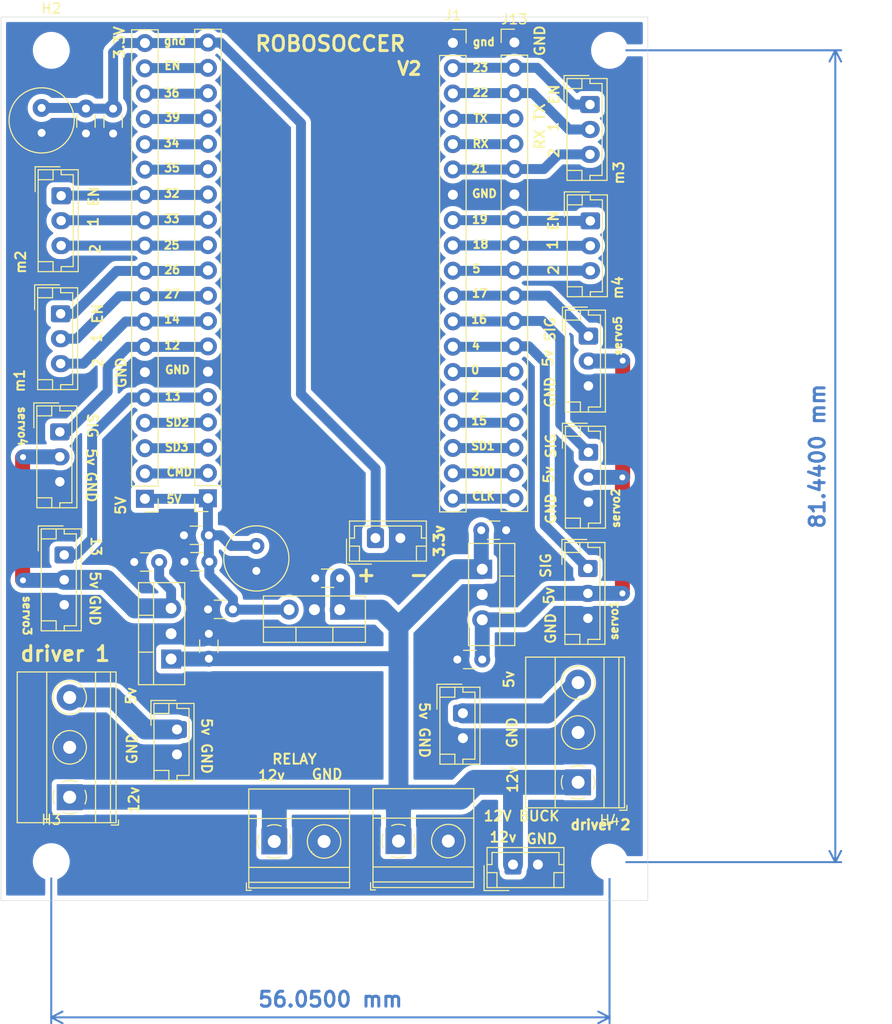
<source format=kicad_pcb>
(kicad_pcb (version 20240108) (generator "pcbnew") (generator_version "8.0")
  (layers (0 "F.Cu" signal) (31 "B.Cu" signal) (34 "B.Paste" user) (35 "F.Paste" user) (36 "B.SilkS" user "B.Silkscreen") (37 "F.SilkS" user "F.Silkscreen") (38 "B.Mask" user) (39 "F.Mask" user) (44 "Edge.Cuts" user))
  (net 0 "")
  (net 1 "GND")
  (net 2 "12v")
  (net 3 "3.3V")
  (net 4 "18")
  (net 5 "2")
  (net 6 "RX")
  (net 7 "21")
  (net 8 "TX")
  (net 9 "SD1")
  (net 10 "0")
  (net 11 "SD0")
  (net 12 "22")
  (net 13 "4")
  (net 14 "15")
  (net 15 "5")
  (net 16 "17")
  (net 17 "CLK")
  (net 18 "19")
  (net 19 "16")
  (net 20 "14")
  (net 21 "SD2")
  (net 22 "26")
  (net 23 "33")
  (net 24 "32")
  (net 25 "CMD")
  (net 26 "25")
  (net 27 "13")
  (net 28 "27")
  (net 29 "35")
  (net 30 "39")
  (net 31 "EN")
  (net 32 "34")
  (net 33 "12")
  (net 34 "36")
  (net 35 "SD3")
  (net 36 "23")
  (net 37 "5v-ESP")
  (net 38 "5v-3 4")
  (net 39 "5v-1 2 5")
  (net 40 "5v-d1")
  (net 41 "5v-d2")
  (footprint "TerminalBlock_Phoenix:TerminalBlock_Phoenix_MKDS-1,5-3_1x03_P5.00mm_Horizontal" (layer "F.Cu") (at 78.565 158.61 90)
    (property "Reference" "J4" (hide yes))
    (property "Value" "driver 1 power" (hide yes))
  )
  (footprint "Connector_JST:JST_EH_B2B-EH-A_1x02_P2.50mm_Vertical" (layer "F.Cu") (at 89.34 151.82 -90)
    (property "Reference" "J21" (hide yes))
    (property "Value" "5V D1" (hide yes))
  )
  (footprint "Capacitor_THT:C_Disc_D3.0mm_W1.6mm_P2.50mm" (layer "F.Cu") (at 105.72 136.65 180)
    (property "Reference" "C7" (hide yes))
    (property "Value" "0.1uf" (hide yes))
  )
  (footprint "Capacitor_THT:C_Disc_D3.0mm_W1.6mm_P2.50mm" (layer "F.Cu") (at 82.93 89.54 -90)
    (property "Reference" "C9" (hide yes))
    (property "Value" "0.1uf" (hide yes))
  )
  (footprint "Capacitor_THT:C_Disc_D3.0mm_W1.6mm_P2.50mm" (layer "F.Cu") (at 92.54 144.72 90)
    (property "Reference" "C1" (hide yes))
    (property "Value" "0.1uf" (hide yes))
  )
  (footprint "Connector_JST:JST_EH_B3B-EH-A_1x03_P2.50mm_Vertical" (layer "F.Cu") (at 130.84 100.8 -90)
    (property "Reference" "J8" (hide yes))
    (property "Value" "motor 2-1")
  )
  (footprint "MountingHole:MountingHole_3.2mm_M3" (layer "F.Cu") (at 132.77 83.69)
    (property "Reference" "H1" (hide yes))
    (property "Value" "MountingHole" (hide yes))
  )
  (footprint "Connector_JST:JST_EH_B2B-EH-A_1x02_P2.50mm_Vertical" (layer "F.Cu") (at 109.27 132.62)
    (property "Reference" "J16" (hide yes))
    (property "Value" "battery conn" (hide yes))
  )
  (footprint "MountingHole:MountingHole_3.2mm_M3" (layer "F.Cu") (at 132.77 165.13)
    (property "Reference" "H4")
    (property "Value" "MountingHole")
  )
  (footprint "MountingHole:MountingHole_3.2mm_M3" (layer "F.Cu") (at 76.72 83.69)
    (property "Reference" "H2")
    (property "Value" "MountingHole")
  )
  (footprint "Connector_PinHeader_2.54mm:PinHeader_1x19_P2.54mm_Vertical" (layer "F.Cu") (at 86.12 128.68 180)
    (property "Reference" "J14" (hide yes))
    (property "Value" "Conn_01x19_Pin" (hide yes))
  )
  (footprint "Connector_PinSocket_2.54mm:PinSocket_1x19_P2.54mm_Vertical" (layer "F.Cu") (at 117.04 82.94)
    (property "Reference" "J1")
    (property "Value" "Conn_01x19_Pin" (hide yes))
  )
  (footprint "Connector_JST:JST_EH_B3B-EH-A_1x03_P2.50mm_Vertical" (layer "F.Cu") (at 77.66 110.12 -90)
    (property "Reference" "J6" (hide yes))
    (property "Value" "motor 1-2" (hide yes))
  )
  (footprint "Connector_JST:JST_EH_B3B-EH-A_1x03_P2.50mm_Vertical" (layer "F.Cu") (at 77.58 121.97 -90)
    (property "Reference" "J19" (hide yes))
    (property "Value" "servo 1" (hide yes))
  )
  (footprint "Capacitor_THT:C_Disc_D3.0mm_W1.6mm_P2.50mm" (layer "F.Cu") (at 87.55 135.02 180)
    (property "Reference" "C2" (hide yes))
    (property "Value" "0.1uf" (hide yes))
  )
  (footprint "Connector_JST:JST_EH_B3B-EH-A_1x03_P2.50mm_Vertical" (layer "F.Cu") (at 77.71 98.28 -90)
    (property "Reference" "J5" (hide yes))
    (property "Value" "motor 1-1" (hide yes))
  )
  (footprint "Package_TO_SOT_THT:TO-220-3_Vertical" (layer "F.Cu") (at 88.75 144.75 90)
    (property "Reference" "U3" (hide yes))
    (property "Value" "L7805" (hide yes))
  )
  (footprint "Connector_JST:JST_EH_B3B-EH-A_1x03_P2.50mm_Vertical" (layer "F.Cu") (at 78.02 134.31 -90)
    (property "Reference" "J12" (hide yes))
    (property "Value" "servo3" (hide yes))
  )
  (footprint "Capacitor_THT:C_Disc_D3.0mm_W1.6mm_P2.50mm" (layer "F.Cu") (at 92.59 134.99 180)
    (property "Reference" "C12" (hide yes))
    (property "Value" "0.1uf" (hide yes))
  )
  (footprint "Capacitor_THT:C_Disc_D3.0mm_W1.6mm_P2.50mm" (layer "F.Cu") (at 92.54 132.34 180)
    (property "Reference" "C13" (hide yes))
    (property "Value" "0.1uf" (hide yes))
  )
  (footprint "Package_TO_SOT_THT:TO-220-3_Vertical" (layer "F.Cu") (at 105.68 139.8 180)
    (property "Reference" "U2" (hide yes))
    (property "Value" "L7805" (hide yes))
  )
  (footprint "Package_TO_SOT_THT:TO-220-3_Vertical" (layer "F.Cu") (at 119.99 135.74 -90)
    (property "Reference" "U1" (hide yes))
    (property "Value" "L7805" (hide yes))
  )
  (footprint "Capacitor_THT:C_Disc_D3.0mm_W1.6mm_P2.50mm" (layer "F.Cu") (at 119.89 131.83)
    (property "Reference" "C5" (hide yes))
    (property "Value" "0.1uf" (hide yes))
  )
  (footprint "Capacitor_THT:C_Disc_D3.0mm_W1.6mm_P2.50mm" (layer "F.Cu") (at 119.99 144.8 180)
    (property "Reference" "C6" (hide yes))
    (property "Value" "0.1uf" (hide yes))
  )
  (footprint "Connector_JST:JST_EH_B3B-EH-A_1x03_P2.50mm_Vertical" (layer "F.Cu") (at 130.65 124.01 -90)
    (property "Reference" "J10" (hide yes))
    (property "Value" "servo 1" (hide yes))
  )
  (footprint "Connector_JST:JST_EH_B2B-EH-A_1x02_P2.50mm_Vertical" (layer "F.Cu") (at 118.05 150.19 -90)
    (property "Reference" "J15" (hide yes))
    (property "Value" "5V D2" (hide yes))
  )
  (footprint "Capacitor_THT:C_Radial_D6.3mm_H5.0mm_P2.50mm" (layer "F.Cu") (at 97.31 133.41 -90)
    (property "Reference" "C11" (hide yes))
    (property "Value" "100uf")
  )
  (footprint "Capacitor_THT:C_Disc_D3.0mm_W1.6mm_P2.50mm" (layer "F.Cu") (at 80.2 89.53 -90)
    (property "Reference" "C4" (hide yes))
    (property "Value" "0.1uf" (hide yes))
  )
  (footprint "Connector_PinHeader_2.54mm:PinHeader_1x19_P2.54mm_Vertical" (layer "F.Cu") (at 123.22 82.9)
    (property "Reference" "J13")
    (property "Value" "Conn_01x19_Pin" (hide yes))
  )
  (footprint "Connector_JST:JST_EH_B3B-EH-A_1x03_P2.50mm_Vertical" (layer "F.Cu") (at 130.81 89.13 -90)
    (property "Reference" "J9" (hide yes))
    (property "Value" "motor 2-2" (hide yes))
  )
  (footprint "Capacitor_THT:C_Disc_D3.0mm_W1.6mm_P2.50mm" (layer "F.Cu") (at 94.96 139.77 180)
    (property "Reference" "C8" (hide yes))
    (property "Value" "0.1uf" (hide yes))
  )
  (footprint "Connector_JST:JST_EH_B3B-EH-A_1x03_P2.50mm_Vertical" (layer "F.Cu") (at 130.65 112.36 -90)
    (property "Reference" "J20" (hide yes))
    (property "Value" "servo2")
  )
  (footprint "MountingHole:MountingHole_3.2mm_M3" (layer "F.Cu") (at 76.72 165.08)
    (property "Reference" "H3")
    (property "Value" "MountingHole")
  )
  (footprint "TerminalBlock_Phoenix:TerminalBlock_Phoenix_MKDS-1,5-2_1x02_P5.00mm_Horizontal" (layer "F.Cu") (at 111.58 163.015)
    (property "Reference" "J3" (hide yes))
    (property "Value" "battery conn" (hide yes))
  )
  (footprint "TerminalBlock_Phoenix:TerminalBlock_Phoenix_MKDS-1,5-3_1x03_P5.00mm_Horizontal" (layer "F.Cu") (at 129.615 157.12 90)
    (property "Reference" "J7" (hide yes))
    (property "Value" "driver 2 power")
  )
  (footprint "TerminalBlock_Phoenix:TerminalBlock_Phoenix_MKDS-1,5-2_1x02_P5.00mm_Horizontal" (layer "F.Cu") (at 99.11 163.055)
    (property "Reference" "J18" (hide yes))
    (property "Value" "RELAT CON" (hide yes))
  )
  (footprint "Connector_PinSocket_2.54mm:PinSocket_1x19_P2.54mm_Vertical" (layer "F.Cu") (at 92.45 128.63 180)
    (property "Reference" "J2" (hide yes))
    (property "Value" "Conn_01x19_Pin" (hide yes))
  )
  (footprint "Connector_JST:JST_EH_B2B-EH-A_1x02_P2.50mm_Vertical" (layer "F.Cu") (at 123.08 165.37)
    (property "Reference" "J17" (hide yes))
    (property "Value" "12V" (hide yes))
  )
  (footprint "Connector_JST:JST_EH_B3B-EH-A_1x03_P2.50mm_Vertical" (layer "F.Cu") (at 130.6 135.67 -90)
    (property "Reference" "J11" (hide yes))
    (property "Value" "servo2" (hide yes))
  )
  (footprint "Capacitor_THT:C_Radial_D6.3mm_H5.0mm_P2.50mm" (layer "F.Cu") (at 75.75 89.47 -90)
    (property "Reference" "C10" (hide yes))
    (property "Value" "100uf" (hide yes))
  )
  (gr_rect (start 71.68 80.35) (end 136.61 168.98) (stroke (width 0.05)) (fill none) (layer "Edge.Cuts"))
  (gr_text "RX" (at 126.36 93.72 90) (layer "F.SilkS") (effects (font (size 1 1) (thickness 0.2) (bold yes)) (justify left bottom)))
  (gr_text "19" (at 118.86 101.13 0) (layer "F.SilkS") (effects (font (size 0.8 0.8) (thickness 0.2) (bold yes)) (justify left bottom)))
  (gr_text "18" (at 118.93 103.63 0) (layer "F.SilkS") (effects (font (size 0.8 0.8) (thickness 0.2) (bold yes)) (justify left bottom)))
  (gr_text "SIG\n" (at 126.96 136.72 90) (layer "F.SilkS") (effects (font (size 1 1) (thickness 0.2) (bold yes)) (justify left bottom)))
  (gr_text "12v" (at 120.62 163.21 0) (layer "F.SilkS") (effects (font (size 1 1) (thickness 0.2) (bold yes)) (justify left bottom)))
  (gr_text "16" (at 118.79 111.16 0) (layer "F.SilkS") (effects (font (size 0.8 0.8) (thickness 0.2) (bold yes)) (justify left bottom)))
  (gr_text "TX" (at 126.36 90.88 90) (layer "F.SilkS") (effects (font (size 1 1) (thickness 0.2) (bold yes)) (justify left bottom)))
  (gr_text "13" (at 88.02 118.87 0) (layer "F.SilkS") (effects (font (size 0.8 0.8) (thickness 0.2) (bold yes)) (justify left bottom)))
  (gr_text "23" (at 118.91 85.89 0) (layer "F.SilkS") (effects (font (size 0.8 0.8) (thickness 0.2) (bold yes)) (justify left bottom)))
  (gr_text "GND" (at 118.86 98.53 0) (layer "F.SilkS") (effects (font (size 0.8 0.8) (thickness 0.2) (bold yes)) (justify left bottom)))
  (gr_text "35" (at 87.95 95.96 0) (layer "F.SilkS") (effects (font (size 0.8 0.8) (thickness 0.2) (bold yes)) (justify left bottom)))
  (gr_text "SIG\n" (at 127.48 124.71 90) (layer "F.SilkS") (effects (font (size 1 1) (thickness 0.2) (bold yes)) (justify left bottom)))
  (gr_text "26" (at 87.97 106.18 0) (layer "F.SilkS") (effects (font (size 0.8 0.8) (thickness 0.2) (bold yes)) (justify left bottom)))
  (gr_text "36" (at 87.92 88.44 0) (layer "F.SilkS") (effects (font (size 0.8 0.8) (thickness 0.2) (bold yes)) (justify left bottom)))
  (gr_text "1" (at 81.52 101.49 90) (layer "F.SilkS") (effects (font (size 1 1) (thickness 0.2) (bold yes)) (justify left bottom)))
  (gr_text "5v" (at 91.73 150.57 -90) (layer "F.SilkS") (effects (font (size 1 1) (thickness 0.2) (bold yes)) (justify left bottom)))
  (gr_text "5v" (at 80.18 123.51 -90) (layer "F.SilkS") (effects (font (size 1 1) (thickness 0.2) (bold yes)) (justify left bottom)))
  (gr_text "14" (at 87.95 111.13 0) (layer "F.SilkS") (effects (font (size 0.8 0.8) (thickness 0.2) (bold yes)) (justify left bottom)))
  (gr_text "RELAY\n" (at 98.79 155.38 0) (layer "F.SilkS") (effects (font (size 1 1) (thickness 0.2) (bold yes)) (justify left bottom)))
  (gr_text "m1\n" (at 74.12 118.1 90) (layer "F.SilkS") (effects (font (size 1 1) (thickness 0.2) (bold yes)) (justify left bottom)))
  (gr_text "5v" (at 123.26 147.78 90) (layer "F.SilkS") (effects (font (size 1 1) (thickness 0.2) (bold yes)) (justify left bottom)))
  (gr_text "21" (at 118.84 96.01 0) (layer "F.SilkS") (effects (font (size 0.8 0.8) (thickness 0.2) (bold yes)) (justify left bottom)))
  (gr_text "gnd" (at 118.93 83.31 0) (layer "F.SilkS") (effects (font (size 0.8 0.8) (thickness 0.2) (bold yes)) (justify left bottom)))
  (gr_text "servo4\n" (at 73.34 119.32 270) (layer "F.SilkS") (effects (font (size 0.8 0.8) (thickness 0.2) (bold yes)) (justify left bottom)))
  (gr_text "servo2\n" (at 133.86 131.71 90) (layer "F.SilkS") (effects (font (size 0.8 0.8) (thickness 0.2) (bold yes)) (justify left bottom)))
  (gr_text "GND" (at 127.45 143.34 90) (layer "F.SilkS") (effects (font (size 1 1) (thickness 0.2) (bold yes)) (justify left bottom)))
  (gr_text "39" (at 87.97 90.89 0) (layer "F.SilkS") (effects (font (size 0.8 0.8) (thickness 0.2) (bold yes)) (justify left bottom)))
  (gr_text "GND" (at 127.39 119.65 90) (layer "F.SilkS") (effects (font (size 1 1) (thickness 0.2) (bold yes)) (justify left bottom)))
  (gr_text "2" (at 118.77 118.78 0) (layer "F.SilkS") (effects (font (size 0.8 0.8) (thickness 0.2) (bold yes)) (justify left bottom)))
  (gr_text "15" (at 118.79 121.33 0) (layer "F.SilkS") (effects (font (size 0.8 0.8) (thickness 0.2) (bold yes)) (justify left bottom)))
  (gr_text "gnd" (at 87.92 83.2 0) (layer "F.SilkS") (effects (font (size 0.8 0.8) (thickness 0.2) (bold yes)) (justify left bottom)))
  (gr_text "27" (at 87.97 108.61 0) (layer "F.SilkS") (effects (font (size 0.8 0.8) (thickness 0.2) (bold yes)) (justify left bottom)))
  (gr_text "EN" (at 87.97 85.7 0) (layer "F.SilkS") (effects (font (size 0.8 0.8) (thickness 0.2) (bold yes)) (justify left bottom)))
  (gr_text "EN" (at 127.72 101.9 90) (layer "F.SilkS") (effects (font (size 1 1) (thickness 0.2) (bold yes)) (justify left bottom)))
  (gr_text "4" (at 118.84 113.78 0) (layer "F.SilkS") (effects (font (size 0.8 0.8) (thickness 0.2) (bold yes)) (justify left bottom)))
  (gr_text "GND" (at 126.36 84.38 90) (layer "F.SilkS") (effects (font (size 1 1) (thickness 0.2) (bold yes)) (justify left bottom)))
  (gr_text "m4" (at 134.18 108.77 90) (layer "F.SilkS") (effects (font (size 1 1) (thickness 0.2) (bold yes)) (justify left bottom)))
  (gr_text "GND" (at 80.15 125.84 -90) (layer "F.SilkS") (effects (font (size 1 1) (thickness 0.2) (bold yes)) (justify left bottom)))
  (gr_text "3.3v" (at 116.26 134.64 90) (layer "F.SilkS") (effects (font (size 1 1) (thickness 0.25) (bold yes)) (justify left bottom)))
  (gr_text "V2" (at 111.3 86.28 0) (layer "F.SilkS") (effects (font (size 1.3 1.3) (thickness 0.3) (bold yes)) (justify left bottom)))
  (gr_text "12V BUCK\n" (at 120.03 161.09 0) (layer "F.SilkS") (effects (font (size 1 1) (thickness 0.2) (bold yes)) (justify left bottom)))
  (gr_text "GND" (at 80.51 138.21 -90) (layer "F.SilkS") (effects (font (size 1 1) (thickness 0.2) (bold yes)) (justify left bottom)))
  (gr_text "33" (at 87.92 101.06 0) (layer "F.SilkS") (effects (font (size 0.8 0.8) (thickness 0.2) (bold yes)) (justify left bottom)))
  (gr_text "32" (at 87.92 98.51 0) (layer "F.SilkS") (effects (font (size 0.8 0.8) (thickness 0.2) (bold yes)) (justify left bottom)))
  (gr_text "5" (at 118.89 106.08 0) (layer "F.SilkS") (effects (font (size 0.8 0.8) (thickness 0.2) (bold yes)) (justify left bottom)))
  (gr_text "CMD" (at 88.19 126.47 0) (layer "F.SilkS") (effects (font (size 0.8 0.8) (thickness 0.2) (bold yes)) (justify left bottom)))
  (gr_text "2\n" (at 81.73 104.22 90) (layer "F.SilkS") (effects (font (size 1 1) (thickness 0.2) (bold yes)) (justify left bottom)))
  (gr_text "GND" (at 84.33 117.68 90) (layer "F.SilkS") (effects (font (size 1 1) (thickness 0.2) (bold yes)) (justify left bottom)))
  (gr_text "5V" (at 88.19 129.19 0) (layer "F.SilkS") (effects (font (size 0.8 0.8) (thickness 0.2) (bold yes)) (justify left bottom)))
  (gr_text "CLK" (at 118.86 128.9 0) (layer "F.SilkS") (effects (font (size 0.8 0.8) (thickness 0.2) (bold yes)) (justify left bottom)))
  (gr_text "12" (at 87.97 113.75 0) (layer "F.SilkS") (effects (font (size 0.8 0.8) (thickness 0.2) (bold yes)) (justify left bottom)))
  (gr_text "12v" (at 123.63 158.29 90) (layer "F.SilkS") (effects (font (size 1 1) (thickness 0.2) (bold yes)) (justify left bottom)))
  (gr_text "0" (at 118.77 116.23 0) (layer "F.SilkS") (effects (font (size 0.8 0.8) (thickness 0.2) (bold yes)) (justify left bottom)))
  (gr_text "SD0" (at 118.79 126.42 0) (layer "F.SilkS") (effects (font (size 0.8 0.8) (thickness 0.2) (bold yes)) (justify left bottom)))
  (gr_text "GND" (at 102.76 156.9 0) (layer "F.SilkS") (effects (font (size 1 1) (thickness 0.2) (bold yes)) (justify left bottom)))
  (gr_text "SIG\n" (at 127.39 113.03 90) (layer "F.SilkS") (effects (font (size 1 1) (thickness 0.2) (bold yes)) (justify left bottom)))
  (gr_text "GND" (at 127.48 131.33 90) (layer "F.SilkS") (effects (font (size 1 1) (thickness 0.2) (bold yes)) (justify left bottom)))
  (gr_text "13" (at 80.62 132.36 270) (layer "F.SilkS") (effects (font (size 1 1) (thickness 0.2) (bold yes)) (justify left bottom)))
  (gr_text "servo3\n" (at 73.82 138.31 270) (layer "F.SilkS") (effects (font (size 0.8 0.8) (thickness 0.2) (bold yes)) (justify left bottom)))
  (gr_text "17" (at 118.86 108.54 0) (layer "F.SilkS") (effects (font (size 0.8 0.8) (thickness 0.2) (bold yes)) (justify left bottom)))
  (gr_text "2\n" (at 127.78 94.59 90) (layer "F.SilkS") (effects (font (size 1 1) (thickness 0.2) (bold yes)) (justify left bottom)))
  (gr_text "TX" (at 119 90.98 0) (layer "F.SilkS") (effects (font (size 0.8 0.8) (thickness 0.2) (bold yes)) (justify left bottom)))
  (gr_text "12v" (at 85.61 160.36 90) (layer "F.SilkS") (effects (font (size 1 1) (thickness 0.2) (bold yes)) (justify left bottom)))
  (gr_text "+   -\n" (at 107.22 137.15 0) (layer "F.SilkS") (effects (font (size 1.5 1.5) (thickness 0.3) (bold yes)) (justify left bottom)))
  (gr_text "3.3V" (at 84.14 84.67 90) (layer "F.SilkS") (effects (font (size 1 1) (thickness 0.2) (bold yes)) (justify left bottom)))
  (gr_text "GND" (at 123.58 153.79 90) (layer "F.SilkS") (effects (font (size 1 1) (thickness 0.2) (bold yes)) (justify left bottom)))
  (gr_text "GND" (at 88.04 116.21 0) (layer "F.SilkS") (effects (font (size 0.8 0.8) (thickness 0.2) (bold yes)) (justify left bottom)))
  (gr_text "m2" (at 74.23 106.21 90) (layer "F.SilkS") (effects (font (size 1 1) (thickness 0.2) (bold yes)) (justify left bottom)))
  (gr_text "SD1" (at 118.77 123.85 0) (layer "F.SilkS") (effects (font (size 0.8 0.8) (thickness 0.2) (bold yes)) (justify left bottom)))
  (gr_text "GND" (at 85.42 155.41 90) (layer "F.SilkS") (effects (font (size 1 1) (thickness 0.2) (bold yes)) (justify left bottom)))
  (gr_text "5V" (at 84.28 130.39 90) (layer "F.SilkS") (effects (font (size 1 1) (thickness 0.2) (bold yes)) (justify left bottom)))
  (gr_text "ROBOSOCCER \n" (at 97.04 83.91 0) (layer "F.SilkS") (effects (font (size 1.5 1.5) (thickness 0.3) (bold yes)) (justify left bottom)))
  (gr_text "SD2" (at 88.09 121.47 0) (layer "F.SilkS") (effects (font (size 0.8 0.8) (thickness 0.2) (bold yes)) (justify left bottom)))
  (gr_text "driver 1" (at 73.46 145.1 0) (layer "F.SilkS") (effects (font (size 1.5 1.5) (thickness 0.3) (bold yes)) (justify left bottom)))
  (gr_text "5v" (at 127.17 115.56 90) (layer "F.SilkS") (effects (font (size 1 1) (thickness 0.2) (bold yes)) (justify left bottom)))
  (gr_text "1" (at 81.87 113.12 90) (layer "F.SilkS") (effects (font (size 1 1) (thickness 0.2) (bold yes)) (justify left bottom)))
  (gr_text "GND" (at 113.6 151.48 -90) (layer "F.SilkS") (effects (font (size 1 1) (thickness 0.2) (bold yes)) (justify left bottom)))
  (gr_text "RX" (at 118.91 93.53 0) (layer "F.SilkS") (effects (font (size 0.8 0.8) (thickness 0.2) (bold yes)) (justify left bottom)))
  (gr_text "5v" (at 80.53 135.85 -90) (layer "F.SilkS") (effects (font (size 1 1) (thickness 0.2) (bold yes)) (justify left bottom)))
  (gr_text "2\n" (at 81.98 115.66 90) (layer "F.SilkS") (effects (font (size 1 1) (thickness 0.2) (bold yes)) (justify left bottom)))
  (gr_text "5v" (at 85.32 149.43 90) (layer "F.SilkS") (effects (font (size 1 1) (thickness 0.2) (bold yes)) (justify left bottom)))
  (gr_text "2\n" (at 127.75 106.34 90) (layer "F.SilkS") (effects (font (size 1 1) (thickness 0.2) (bold yes)) (justify left bottom)))
  (gr_text "22" (at 118.93 88.39 0) (layer "F.SilkS") (effects (font (size 0.8 0.8) (thickness 0.2) (bold yes)) (justify left bottom)))
  (gr_text "5v" (at 127.29 139.38 90) (layer "F.SilkS") (effects (font (size 1 1) (thickness 0.2) (bold yes)) (justify left bottom)))
  (gr_text "34" (at 87.9 93.46 0) (layer "F.SilkS") (effects (font (size 0.8 0.8) (thickness 0.2) (bold yes)) (justify left bottom)))
  (gr_text "EN" (at 81.95 111.22 90) (layer "F.SilkS") (effects (font (size 1 1) (thickness 0.2) (bold yes)) (justify left bottom)))
  (gr_text "EN" (at 127.79 89.22 90) (layer "F.SilkS") (effects (font (size 1 1) (thickness 0.2) (bold yes)) (justify left bottom)))
  (gr_text "servo1\n" (at 133.69 142.96 90) (layer "F.SilkS") (effects (font (size 0.8 0.8) (thickness 0.2) (bold yes)) (justify left bottom)))
  (gr_text "GND" (at 124.32 163.38 0) (layer "F.SilkS") (effects (font (size 1 1) (thickness 0.2) (bold yes)) (justify left bottom)))
  (gr_text "SIG\n" (at 80.26 119.99 -90) (layer "F.SilkS") (effects (font (size 1 1) (thickness 0.2) (bold yes)) (justify left bottom)))
  (gr_text "5v" (at 113.6 148.97 -90) (layer "F.SilkS") (effects (font (size 1 1) (thickness 0.2) (bold yes)) (justify left bottom)))
  (gr_text "servo5\n" (at 134.07 114.43 90) (layer "F.SilkS") (effects (font (size 0.8 0.8) (thickness 0.2) (bold yes)) (justify left bottom)))
  (gr_text "12v" (at 97.37 157.01 0) (layer "F.SilkS") (effects (font (size 1 1) (thickness 0.2) (bold yes)) (justify left bottom)))
  (gr_text "driver 2" (at 128.73 161.97 0) (layer "F.SilkS") (effects (font (size 1 1) (thickness 0.25) (bold yes)) (justify left bottom)))
  (gr_text "5v" (at 127.26 127.24 90) (layer "F.SilkS") (effects (font (size 1 1) (thickness 0.2) (bold yes)) (justify left bottom)))
  (gr_text "SD3" (at 88.02 123.97 0) (layer "F.SilkS") (effects (font (size 0.8 0.8) (thickness 0.2) (bold yes)) (justify left bottom)))
  (gr_text "m3" (at 134.29 97.25 90) (layer "F.SilkS") (effects (font (size 1 1) (thickness 0.2) (bold yes)) (justify left bottom)))
  (gr_text "1" (at 127.7 91.97 90) (layer "F.SilkS") (effects (font (size 1 1) (thickness 0.2) (bold yes)) (justify left bottom)))
  (gr_text "25" (at 87.92 103.7 0) (layer "F.SilkS") (effects (font (size 0.8 0.8) (thickness 0.2) (bold yes)) (justify left bottom)))
  (gr_text "1" (at 127.64 103.8 90) (layer "F.SilkS") (effects (font (size 1 1) (thickness 0.2) (bold yes)) (justify left bottom)))
  (gr_text "GND" (at 91.73 153.08 -90) (layer "F.SilkS") (effects (font (size 1 1) (thickness 0.2) (bold yes)) (justify left bottom)))
  (gr_text "EN" (at 81.57 99.45 90) (layer "F.SilkS") (effects (font (size 1 1) (thickness 0.2) (bold yes)) (justify left bottom)))
  (dimension (type aligned) (layer "B.Cu") (pts (xy 132.77 83.69) (xy 132.77 165.13)) (height -22.67) (gr_text "81.4400 mm" (at 153.64 124.41 90) (layer "B.Cu") (effects (font (size 1.5 1.5) (thickness 0.3)))) (format (prefix "") (suffix "") (units 3) (units_format 1) (precision 4)) (style (thickness 0.2) (arrow_length 1.27) (text_position_mode 0) (extension_height 0.58642) (extension_offset 0.5) keep_text_aligned))
  (dimension (type aligned) (layer "B.Cu") (pts (xy 132.77 165.13) (xy 76.72 165.13)) (height -15.57) (gr_text "56.0500 mm" (at 104.745 178.9 0) (layer "B.Cu") (effects (font (size 1.5 1.5) (thickness 0.3)))) (format (prefix "") (suffix "") (units 3) (units_format 1) (precision 4)) (style (thickness 0.2) (arrow_length 1.27) (text_position_mode 0) (extension_height 0.58642) (extension_offset 0.5) keep_text_aligned))
  (segment (start 92.13 115.98) (end 92.16 115.95) (width 1) (layer "F.Cu") (net 1))
  (segment (start 92.43 115.95) (end 86.15 115.95) (width 1) (layer "B.Cu") (net 1))
  (segment (start 117.26 82.95) (end 123.17 82.95) (width 1) (layer "B.Cu") (net 1))
  (segment (start 92.45 115.93) (end 92.43 115.95) (width 1) (layer "B.Cu") (net 1))
  (segment (start 123.17 98.19) (end 123.22 98.14) (width 1) (layer "B.Cu") (net 1))
  (segment (start 123.17 82.95) (end 123.22 82.9) (width 1) (layer "B.Cu") (net 1))
  (segment (start 117.04 98.18) (end 117.05 98.19) (width 1) (layer "B.Cu") (net 1))
  (segment (start 117.05 98.19) (end 123.17 98.19) (width 1) (layer "B.Cu") (net 1))
  (segment (start 86.15 115.95) (end 86.12 115.98) (width 1) (layer "B.Cu") (net 1))
  (segment (start 111.58 144.72) (end 111.58 159.97) (width 2) (layer "B.Cu") (net 2))
  (segment (start 123.07 157.12) (end 129.615 157.12) (width 2.5) (layer "B.Cu") (net 2))
  (segment (start 109.87 139.8) (end 111.58 141.51) (width 2) (layer "B.Cu") (net 2))
  (segment (start 117.35 135.74) (end 119.99 135.74) (width 2) (layer "B.Cu") (net 2))
  (segment (start 105.72 136.65) (end 105.72 139.76) (width 2) (layer "B.Cu") (net 2))
  (segment (start 99.2 158.61) (end 78.565 158.61) (width 2.5) (layer "B.Cu") (net 2))
  (segment (start 88.75 144.75) (end 92.51 144.75) (width 1.5) (layer "B.Cu") (net 2))
  (segment (start 123.08 157.13) (end 123.07 157.12) (width 2) (layer "B.Cu") (net 2))
  (segment (start 117.76 158.61) (end 119.25 157.12) (width 2.5) (layer "B.Cu") (net 2))
  (segment (start 119.25 157.12) (end 123.07 157.12) (width 2.5) (layer "B.Cu") (net 2))
  (segment (start 92.51 144.75) (end 92.54 144.72) (width 1.5) (layer "B.Cu") (net 2))
  (segment (start 111.58 159.97) (end 111.58 158.67) (width 2.5) (layer "B.Cu") (net 2))
  (segment (start 119.89 131.83) (end 119.89 135.64) (width 1.5) (layer "B.Cu") (net 2))
  (segment (start 111.58 141.51) (end 117.35 135.74) (width 2) (layer "B.Cu") (net 2))
  (segment (start 92.54 144.72) (end 111.58 144.72) (width 1.5) (layer "B.Cu") (net 2))
  (segment (start 99.11 158.7) (end 99.2 158.61) (width 2.5) (layer "B.Cu") (net 2))
  (segment (start 119.89 135.64) (end 119.99 135.74) (width 1.5) (layer "B.Cu") (net 2))
  (segment (start 111.58 163.015) (end 111.58 159.97) (width 2.5) (layer "B.Cu") (net 2))
  (segment (start 111.52 158.61) (end 117.76 158.61) (width 2.5) (layer "B.Cu") (net 2))
  (segment (start 105.72 139.76) (end 105.68 139.8) (width 2) (layer "B.Cu") (net 2))
  (segment (start 111.52 158.61) (end 99.2 158.61) (width 2.5) (layer "B.Cu") (net 2))
  (segment (start 111.58 141.51) (end 111.58 144.72) (width 2) (layer "B.Cu") (net 2))
  (segment (start 123.08 165.37) (end 123.08 157.13) (width 2) (layer "B.Cu") (net 2))
  (segment (start 119.8 135.55) (end 119.99 135.74) (width 1) (layer "B.Cu") (net 2))
  (segment (start 105.68 139.8) (end 109.87 139.8) (width 2) (layer "B.Cu") (net 2))
  (segment (start 111.58 158.67) (end 111.52 158.61) (width 2.5) (layer "B.Cu") (net 2))
  (segment (start 99.11 163.055) (end 99.11 158.7) (width 2.5) (layer "B.Cu") (net 2))
  (segment (start 93.7 82.91) (end 101.79 91) (width 1) (layer "B.Cu") (net 3))
  (segment (start 92.45 82.91) (end 93.7 82.91) (width 1) (layer "B.Cu") (net 3))
  (segment (start 101.79 91) (end 101.79 118.16) (width 1) (layer "B.Cu") (net 3))
  (segment (start 86.12 82.96) (end 83.87 82.96) (width 1) (layer "B.Cu") (net 3))
  (segment (start 83.87 82.96) (end 82.93 83.9) (width 1) (layer "B.Cu") (net 3))
  (segment (start 82.93 83.9) (end 82.93 89.54) (width 1) (layer "B.Cu") (net 3))
  (segment (start 92.4 82.96) (end 92.45 82.91) (width 1) (layer "B.Cu") (net 3))
  (segment (start 80.14 89.47) (end 75.75 89.47) (width 1) (layer "B.Cu") (net 3))
  (segment (start 86.12 82.96) (end 92.4 82.96) (width 1) (layer "B.Cu") (net 3))
  (segment (start 109.29 132.6) (end 109.27 132.62) (width 1) (layer "B.Cu") (net 3))
  (segment (start 82.93 89.54) (end 80.21 89.54) (width 1) (layer "B.Cu") (net 3))
  (segment (start 80.2 89.53) (end 80.14 89.47) (width 1) (layer "B.Cu") (net 3))
  (segment (start 109.29 125.66) (end 109.29 132.6) (width 1) (layer "B.Cu") (net 3))
  (segment (start 101.79 118.16) (end 109.29 125.66) (width 1) (layer "B.Cu") (net 3))
  (segment (start 80.21 89.54) (end 80.2 89.53) (width 1) (layer "B.Cu") (net 3))
  (segment (start 117.04 103.26) (end 117.05 103.27) (width 1) (layer "B.Cu") (net 4))
  (segment (start 117.05 103.27) (end 123.17 103.27) (width 1) (layer "B.Cu") (net 4))
  (segment (start 130.84 103.3) (end 123.3 103.3) (width 1) (layer "B.Cu") (net 4))
  (segment (start 123.17 103.27) (end 123.22 103.22) (width 1) (layer "B.Cu") (net 4))
  (segment (start 123.3 103.3) (end 123.22 103.22) (width 1) (layer "B.Cu") (net 4))
  (segment (start 123.17 118.51) (end 123.22 118.46) (width 1) (layer "B.Cu") (net 5))
  (segment (start 117.04 118.5) (end 117.05 118.51) (width 1) (layer "B.Cu") (net 5))
  (segment (start 117.05 118.51) (end 123.17 118.51) (width 1) (layer "B.Cu") (net 5))
  (segment (start 117.05 93.11) (end 123.17 93.11) (width 1) (layer "B.Cu") (net 6))
  (segment (start 117.04 93.1) (end 117.05 93.11) (width 1) (layer "B.Cu") (net 6))
  (segment (start 123.17 93.11) (end 123.22 93.06) (width 1) (layer "B.Cu") (net 6))
  (segment (start 117.04 95.64) (end 117.05 95.65) (width 1) (layer "B.Cu") (net 7))
  (segment (start 130.81 94.13) (end 127.65 94.13) (width 1) (layer "B.Cu") (net 7))
  (segment (start 127.65 94.13) (end 126.18 95.6) (width 1) (layer "B.Cu") (net 7))
  (segment (start 123.17 95.65) (end 123.22 95.6) (width 1) (layer "B.Cu") (net 7))
  (segment (start 117.05 95.65) (end 123.17 95.65) (width 1) (layer "B.Cu") (net 7))
  (segment (start 126.18 95.6) (end 123.22 95.6) (width 1) (layer "B.Cu") (net 7))
  (segment (start 117.05 90.57) (end 123.17 90.57) (width 1) (layer "B.Cu") (net 8))
  (segment (start 123.17 90.57) (end 123.22 90.52) (width 1) (layer "B.Cu") (net 8))
  (segment (start 117.04 90.56) (end 117.05 90.57) (width 1) (layer "B.Cu") (net 8))
  (segment (start 117.26 123.59) (end 123.17 123.59) (width 1) (layer "B.Cu") (net 9))
  (segment (start 123.17 123.59) (end 123.22 123.54) (width 1) (layer "B.Cu") (net 9))
  (segment (start 117.05 115.97) (end 123.17 115.97) (width 1) (layer "B.Cu") (net 10))
  (segment (start 117.04 115.96) (end 117.05 115.97) (width 1) (layer "B.Cu") (net 10))
  (segment (start 123.17 115.97) (end 123.22 115.92) (width 1) (layer "B.Cu") (net 10))
  (segment (start 117.04 126.12) (end 117.05 126.13) (width 1) (layer "B.Cu") (net 11))
  (segment (start 123.17 126.13) (end 123.22 126.08) (width 1) (layer "B.Cu") (net 11))
  (segment (start 117.05 126.13) (end 123.17 126.13) (width 1) (layer "B.Cu") (net 11))
  (segment (start 117.08 87.98) (end 117.04 88.02) (width 1) (layer "B.Cu") (net 12))
  (segment (start 128.7 91.63) (end 130.81 91.63) (width 1) (layer "B.Cu") (net 12))
  (segment (start 117.04 88.02) (end 117.05 88.03) (width 1) (layer "B.Cu") (net 12))
  (segment (start 123.22 87.98) (end 125.05 87.98) (width 1) (layer "B.Cu") (net 12))
  (segment (start 125.05 87.98) (end 128.7 91.63) (width 1) (layer "B.Cu") (net 12))
  (segment (start 117.05 88.03) (end 117.26 88.03) (width 1) (layer "B.Cu") (net 12))
  (segment (start 123.22 87.98) (end 117.08 87.98) (width 1) (layer "B.Cu") (net 12))
  (segment (start 124.66 113.38) (end 123.22 113.38) (width 1) (layer "B.Cu") (net 13))
  (segment (start 126.27 114.99) (end 124.66 113.38) (width 1) (layer "B.Cu") (net 13))
  (segment (start 123.17 113.43) (end 123.22 113.38) (width 1) (layer "B.Cu") (net 13))
  (segment (start 126.27 131.34) (end 126.27 114.99) (width 1) (layer "B.Cu") (net 13))
  (segment (start 117.05 113.43) (end 123.17 113.43) (width 1) (layer "B.Cu") (net 13))
  (segment (start 130.6 135.67) (end 126.27 131.34) (width 1) (layer "B.Cu") (net 13))
  (segment (start 117.04 113.42) (end 117.05 113.43) (width 1) (layer "B.Cu") (net 13))
  (segment (start 123.17 121.05) (end 123.22 121) (width 1) (layer "B.Cu") (net 14))
  (segment (start 117.04 121.04) (end 117.05 121.05) (width 1) (layer "B.Cu") (net 14))
  (segment (start 117.05 121.05) (end 123.17 121.05) (width 1) (layer "B.Cu") (net 14))
  (segment (start 123.26 105.8) (end 123.22 105.76) (width 1) (layer "B.Cu") (net 15))
  (segment (start 117.04 105.8) (end 117.05 105.81) (width 1) (layer "B.Cu") (net 15))
  (segment (start 130.84 105.8) (end 123.26 105.8) (width 1) (layer "B.Cu") (net 15))
  (segment (start 117.05 105.81) (end 123.17 105.81) (width 1) (layer "B.Cu") (net 15))
  (segment (start 123.17 105.81) (end 123.22 105.76) (width 1) (layer "B.Cu") (net 15))
  (segment (start 126.59 108.3) (end 123.22 108.3) (width 1) (layer "B.Cu") (net 16))
  (segment (start 130.65 112.36) (end 126.59 108.3) (width 1) (layer "B.Cu") (net 16))
  (segment (start 117.04 108.34) (end 117.05 108.35) (width 1) (layer "B.Cu") (net 16))
  (segment (start 117.05 108.35) (end 117.26 108.35) (width 1) (layer "B.Cu") (net 16))
  (segment (start 123.22 108.3) (end 117.08 108.3) (width 1) (layer "B.Cu") (net 16))
  (segment (start 117.08 108.3) (end 117.04 108.34) (width 1) (layer "B.Cu") (net 16))
  (segment (start 117.04 128.66) (end 117.05 128.67) (width 1) (layer "B.Cu") (net 17))
  (segment (start 123.17 128.67) (end 123.22 128.62) (width 1) (layer "B.Cu") (net 17))
  (segment (start 117.05 128.67) (end 123.17 128.67) (width 1) (layer "B.Cu") (net 17))
  (segment (start 117.04 100.72) (end 117.05 100.73) (width 1) (layer "B.Cu") (net 18))
  (segment (start 123.17 100.73) (end 123.22 100.68) (width 1) (layer "B.Cu") (net 18))
  (segment (start 117.05 100.73) (end 123.17 100.73) (width 1) (layer "B.Cu") (net 18))
  (segment (start 130.84 100.8) (end 123.34 100.8) (width 1) (layer "B.Cu") (net 18))
  (segment (start 123.34 100.8) (end 123.22 100.68) (width 1) (layer "B.Cu") (net 18))
  (segment (start 123.17 110.89) (end 123.22 110.84) (width 1) (layer "B.Cu") (net 19))
  (segment (start 117.05 110.89) (end 123.17 110.89) (width 1) (layer "B.Cu") (net 19))
  (segment (start 126.03 110.84) (end 123.22 110.84) (width 1) (layer "B.Cu") (net 19))
  (segment (start 127.82 121.18) (end 127.82 112.63) (width 1) (layer "B.Cu") (net 19))
  (segment (start 117.04 110.88) (end 117.05 110.89) (width 1) (layer "B.Cu") (net 19))
  (segment (start 127.82 112.63) (end 126.03 110.84) (width 1) (layer "B.Cu") (net 19))
  (segment (start 130.65 124.01) (end 127.82 121.18) (width 1) (layer "B.Cu") (net 19))
  (segment (start 92.13 110.9) (end 92.16 110.87) (width 1) (layer "F.Cu") (net 20))
  (segment (start 79.96 115.12) (end 77.66 115.12) (width 1) (layer "B.Cu") (net 20))
  (segment (start 86.12 110.9) (end 84.18 110.9) (width 1) (layer "B.Cu") (net 20))
  (segment (start 84.18 110.9) (end 79.96 115.12) (width 1) (layer "B.Cu") (net 20))
  (segment (start 92.19 110.9) (end 92.16 110.87) (width 1) (layer "B.Cu") (net 20))
  (segment (start 86.12 110.9) (end 92.19 110.9) (width 1) (layer "B.Cu") (net 20))
  (segment (start 92.13 121.06) (end 92.16 121.03) (width 1) (layer "F.Cu") (net 21))
  (segment (start 92.19 121.06) (end 92.16 121.03) (width 1) (layer "B.Cu") (net 21))
  (segment (start 86.12 121.06) (end 92.19 121.06) (width 1) (layer "B.Cu") (net 21))
  (segment (start 77.66 110.12) (end 78.98 110.12) (width 1) (layer "B.Cu") (net 22))
  (segment (start 78.98 110.12) (end 83.28 105.82) (width 1) (layer "B.Cu") (net 22))
  (segment (start 86.12 105.82) (end 92.19 105.82) (width 1) (layer "B.Cu") (net 22))
  (segment (start 92.19 105.82) (end 92.16 105.79) (width 1) (layer "B.Cu") (net 22))
  (segment (start 83.28 105.82) (end 86.12 105.82) (width 1) (layer "B.Cu") (net 22))
  (segment (start 77.75 100.74) (end 77.71 100.78) (width 1) (layer "B.Cu") (net 23))
  (segment (start 86.12 100.74) (end 92.19 100.74) (width 1) (layer "B.Cu") (net 23))
  (segment (start 92.19 100.74) (end 92.16 100.71) (width 1) (layer "B.Cu") (net 23))
  (segment (start 86.12 100.74) (end 77.75 100.74) (width 1) (layer "B.Cu") (net 23))
  (segment (start 86.12 98.2) (end 92.19 98.2) (width 1) (layer "B.Cu") (net 24))
  (segment (start 85.12 98.26) (end 77.73 98.26) (width 1) (layer "B.Cu") (net 24))
  (segment (start 85.18 98.2) (end 85.12 98.26) (width 1) (layer "B.Cu") (net 24))
  (segment (start 92.19 98.2) (end 92.16 98.17) (width 1) (layer "B.Cu") (net 24))
  (segment (start 86.12 98.2) (end 85.18 98.2) (width 1) (layer "B.Cu") (net 24))
  (segment (start 77.73 98.26) (end 77.71 98.28) (width 1) (layer "B.Cu") (net 24))
  (segment (start 92.13 126.14) (end 92.16 126.11) (width 1) (layer "F.Cu") (net 25))
  (segment (start 86.12 126.14) (end 92.19 126.14) (width 1) (layer "B.Cu") (net 25))
  (segment (start 92.19 126.14) (end 92.16 126.11) (width 1) (layer "B.Cu") (net 25))
  (segment (start 86.12 103.28) (end 92.19 103.28) (width 1) (layer "B.Cu") (net 26))
  (segment (start 92.19 103.28) (end 92.16 103.25) (width 1) (layer "B.Cu") (net 26))
  (segment (start 86.12 103.28) (end 77.71 103.28) (width 1) (layer "B.Cu") (net 26))
  (segment (start 92.13 118.52) (end 92.16 118.49) (width 1) (layer "F.Cu") (net 27))
  (segment (start 80.82 132.68) (end 80.82 122.28) (width 1) (layer "B.Cu") (net 27))
  (segment (start 80.82 122.28) (end 84.58 118.52) (width 1) (layer "B.Cu") (net 27))
  (segment (start 86.12 118.52) (end 92.19 118.52) (width 1) (layer "B.Cu") (net 27))
  (segment (start 79.19 134.31) (end 80.82 132.68) (width 1) (layer "B.Cu") (net 27))
  (segment (start 78.02 134.31) (end 79.19 134.31) (width 1) (layer "B.Cu") (net 27))
  (segment (start 92.19 118.52) (end 92.16 118.49) (width 1) (layer "B.Cu") (net 27))
  (segment (start 84.58 118.52) (end 86.12 118.52) (width 1) (layer "B.Cu") (net 27))
  (segment (start 92.13 108.36) (end 92.16 108.33) (width 1) (layer "F.Cu") (net 28))
  (segment (start 92.19 108.36) (end 92.16 108.33) (width 1) (layer "B.Cu") (net 28))
  (segment (start 86.12 108.36) (end 83.54 108.36) (width 1) (layer "B.Cu") (net 28))
  (segment (start 79.28 112.62) (end 77.66 112.62) (width 1) (layer "B.Cu") (net 28))
  (segment (start 86.12 108.36) (end 92.19 108.36) (width 1) (layer "B.Cu") (net 28))
  (segment (start 83.54 108.36) (end 79.28 112.62) (width 1) (layer "B.Cu") (net 28))
  (segment (start 86.12 95.66) (end 92.19 95.66) (width 1) (layer "B.Cu") (net 29))
  (segment (start 92.19 95.66) (end 92.16 95.63) (width 1) (layer "B.Cu") (net 29))
  (segment (start 92.19 90.58) (end 92.16 90.55) (width 1) (layer "B.Cu") (net 30))
  (segment (start 86.12 90.58) (end 92.19 90.58) (width 1) (layer "B.Cu") (net 30))
  (segment (start 92.45 85.45) (end 92.43 85.47) (width 1) (layer "B.Cu") (net 31))
  (segment (start 92.43 85.47) (end 86.15 85.47) (width 1) (layer "B.Cu") (net 31))
  (segment (start 86.15 85.47) (end 86.12 85.5) (width 1) (layer "B.Cu") (net 31))
  (segment (start 92.19 93.12) (end 92.16 93.09) (width 1) (layer "B.Cu") (net 32))
  (segment (start 86.12 93.12) (end 92.19 93.12) (width 1) (layer "B.Cu") (net 32))
  (segment (start 92.13 113.44) (end 92.16 113.41) (width 1) (layer "F.Cu") (net 33))
  (segment (start 82.38 117.93) (end 82.38 115.5) (width 1) (layer "B.Cu") (net 33))
  (segment (start 77.58 121.97) (end 78.34 121.97) (width 1) (layer "B.Cu") (net 33))
  (segment (start 82.38 115.5) (end 84.44 113.44) (width 1) (layer "B.Cu") (net 33))
  (segment (start 84.44 113.44) (end 86.12 113.44) (width 1) (layer "B.Cu") (net 33))
  (segment (start 86.12 113.44) (end 92.19 113.44) (width 1) (layer "B.Cu") (net 33))
  (segment (start 78.34 121.97) (end 82.38 117.93) (width 1) (layer "B.Cu") (net 33))
  (segment (start 92.19 113.44) (end 92.16 113.41) (width 1) (layer "B.Cu") (net 33))
  (segment (start 86.12 88.04) (end 92.19 88.04) (width 1) (layer "B.Cu") (net 34))
  (segment (start 92.19 88.04) (end 92.16 88.01) (width 1) (layer "B.Cu") (net 34))
  (segment (start 92.13 123.6) (end 92.16 123.57) (width 1) (layer "F.Cu") (net 35))
  (segment (start 92.19 123.6) (end 92.16 123.57) (width 1) (layer "B.Cu") (net 35))
  (segment (start 86.12 123.6) (end 92.19 123.6) (width 1) (layer "B.Cu") (net 35))
  (segment (start 129.18 89.13) (end 125.49 85.44) (width 1) (layer "B.Cu") (net 36))
  (segment (start 117.04 85.48) (end 117.05 85.49) (width 1) (layer "B.Cu") (net 36))
  (segment (start 123.22 85.44) (end 117.08 85.44) (width 1) (layer "B.Cu") (net 36))
  (segment (start 117.08 85.44) (end 117.04 85.48) (width 1) (layer "B.Cu") (net 36))
  (segment (start 117.05 85.49) (end 117.26 85.49) (width 1) (layer "B.Cu") (net 36))
  (segment (start 130.81 89.13) (end 129.18 89.13) (width 1) (layer "B.Cu") (net 36))
  (segment (start 125.49 85.44) (end 123.22 85.44) (width 1) (layer "B.Cu") (net 36))
  (segment (start 92.13 128.68) (end 92.16 128.65) (width 1) (layer "F.Cu") (net 37))
  (segment (start 92.56 132.36) (end 92.54 132.34) (width 1) (layer "B.Cu") (net 37))
  (segment (start 93.72 132.34) (end 94.79 133.41) (width 1) (layer "B.Cu") (net 37))
  (segment (start 86.12 128.68) (end 92.4 128.68) (width 1) (layer "B.Cu") (net 37))
  (segment (start 92.19 128.68) (end 92.16 128.65) (width 1) (layer "B.Cu") (net 37))
  (segment (start 94.79 133.41) (end 97.31 133.41) (width 1) (layer "B.Cu") (net 37))
  (segment (start 92.59 136.34) (end 92.59 134.99) (width 1) (layer "B.Cu") (net 37))
  (segment (start 92.45 132.25) (end 92.54 132.34) (width 1) (layer "B.Cu") (net 37))
  (segment (start 94.99 139.8) (end 94.96 139.77) (width 1) (layer "B.Cu") (net 37))
  (segment (start 94.96 139.77) (end 94.96 138.71) (width 1) (layer "B.Cu") (net 37))
  (segment (start 100.6 139.8) (end 94.99 139.8) (width 1) (layer "B.Cu") (net 37))
  (segment (start 92.54 132.34) (end 92.54 134.94) (width 1) (layer "B.Cu") (net 37))
  (segment (start 92.4 128.68) (end 92.45 128.63) (width 1) (layer "B.Cu") (net 37))
  (segment (start 92.54 132.34) (end 93.72 132.34) (width 1) (layer "B.Cu") (net 37))
  (segment (start 100.54 139.86) (end 100.6 139.8) (width 1) (layer "B.Cu") (net 37))
  (segment (start 92.54 134.94) (end 92.59 134.99) (width 1) (layer "B.Cu") (net 37))
  (segment (start 92.45 128.63) (end 92.45 132.25) (width 1) (layer "B.Cu") (net 37))
  (segment (start 94.96 138.71) (end 92.59 136.34) (width 1) (layer "B.Cu") (net 37))
  (segment (start 73.91 124.47) (end 73.88 124.5) (width 1.5) (layer "F.Cu") (net 38))
  (segment (start 73.84 124.54) (end 73.84 136.82) (width 1.5) (layer "F.Cu") (net 38))
  (segment (start 77.97 136.86) (end 78.02 136.81) (width 1.5) (layer "F.Cu") (net 38))
  (segment (start 73.88 124.5) (end 73.84 124.54) (width 1.5) (layer "F.Cu") (net 38))
  (segment (start 73.84 136.82) (end 73.88 136.86) (width 1.5) (layer "F.Cu") (net 38))
  (via (at 73.88 136.86) (size 1.4) (drill 0.6) (layers "F.Cu" "B.Cu") (net 38))
  (via (at 73.88 124.5) (size 1.4) (drill 0.6) (layers "F.Cu" "B.Cu") (net 38))
  (segment (start 73.88 136.86) (end 77.97 136.86) (width 1.5) (layer "B.Cu") (net 38))
  (segment (start 82.26 136.81) (end 85.12 139.67) (width 2) (layer "B.Cu") (net 38))
  (segment (start 78.02 136.81) (end 82.26 136.81) (width 2) (layer "B.Cu") (net 38))
  (segment (start 87.55 136.64) (end 88.75 137.84) (width 1) (layer "B.Cu") (net 38))
  (segment (start 77.58 124.47) (end 73.91 124.47) (width 1.5) (layer "B.Cu") (net 38))
  (segment (start 85.12 139.67) (end 88.75 139.67) (width 2) (layer "B.Cu") (net 38))
  (segment (start 88.75 137.84) (end 88.75 139.67) (width 1) (layer "B.Cu") (net 38))
  (segment (start 87.55 135.02) (end 87.55 136.64) (width 1) (layer "B.Cu") (net 38))
  (segment (start 134.06 126.53) (end 134.06 138.16) (width 1.5) (layer "F.Cu") (net 39))
  (segment (start 134.09 114.82) (end 134.09 126.5) (width 1.5) (layer "F.Cu") (net 39))
  (segment (start 134.09 126.5) (end 134.06 126.53) (width 1.5) (layer "F.Cu") (net 39))
  (segment (start 134.06 138.16) (end 134.07 138.17) (width 1.5) (layer "F.Cu") (net 39))
  (segment (start 134.14 137.92) (end 134.07 137.99) (width 1) (layer "F.Cu") (net 39))
  (segment (start 134.07 137.99) (end 134.07 138.17) (width 1) (layer "F.Cu") (net 39))
  (via (at 134.07 138.17) (size 1.4) (drill 0.6) (layers "F.Cu" "B.Cu") (net 39))
  (via (at 134.07 138.17) (size 1.4) (drill 0.6) (layers "F.Cu" "B.Cu") (net 39))
  (via (at 134.09 114.82) (size 1.4) (drill 0.6) (layers "F.Cu" "B.Cu") (net 39))
  (via (at 134.06 126.53) (size 1.4) (drill 0.6) (layers "F.Cu" "B.Cu") (net 39))
  (segment (start 134.06 126.53) (end 130.67 126.53) (width 1.5) (layer "B.Cu") (net 39))
  (segment (start 134.07 138.17) (end 130.6 138.17) (width 1.5) (layer "B.Cu") (net 39))
  (segment (start 130.67 126.53) (end 130.65 126.51) (width 1.5) (layer "B.Cu") (net 39))
  (segment (start 134.05 114.86) (end 134.09 114.82) (width 1.5) (layer "B.Cu") (net 39))
  (segment (start 119.99 140.82) (end 119.99 144.8) (width 1.5) (layer "B.Cu") (net 39))
  (segment (start 119.99 140.82) (end 124.06 140.82) (width 1.5) (layer "B.Cu") (net 39))
  (segment (start 124.06 140.82) (end 126.71 138.17) (width 1.5) (layer "B.Cu") (net 39))
  (segment (start 130.65 114.86) (end 134.05 114.86) (width 1.5) (layer "B.Cu") (net 39))
  (segment (start 126.71 138.17) (end 130.6 138.17) (width 1.5) (layer "B.Cu") (net 39))
  (segment (start 134.07 138.17) (end 134.06 138.16) (width 1.5) (layer "B.Cu") (net 39))
  (segment (start 118.07 150.21) (end 126.525 150.21) (width 2) (layer "B.Cu") (net 40))
  (segment (start 126.525 150.21) (end 129.615 147.12) (width 2) (layer "B.Cu") (net 40))
  (segment (start 118.05 150.19) (end 118.07 150.21) (width 2) (layer "B.Cu") (net 40))
  (segment (start 78.565 148.61) (end 82.92 148.61) (width 2) (layer "B.Cu") (net 41))
  (segment (start 86.13 151.82) (end 89.34 151.82) (width 2) (layer "B.Cu") (net 41))
  (segment (start 82.92 148.61) (end 86.13 151.82) (width 2) (layer "B.Cu") (net 41))
  (zone (net 1) (net_name "GND") (layer "B.Cu") (connect_pads yes (clearance 0.5)) (min_thickness 0.25) (fill yes (thermal_gap 0.5) (thermal_bridge_width 0.5))
    (polygon (pts (xy 71.65 80.11) (xy 136.66 80.11) (xy 136.66 168.83) (xy 71.65 168.83)))
  )
)
</source>
